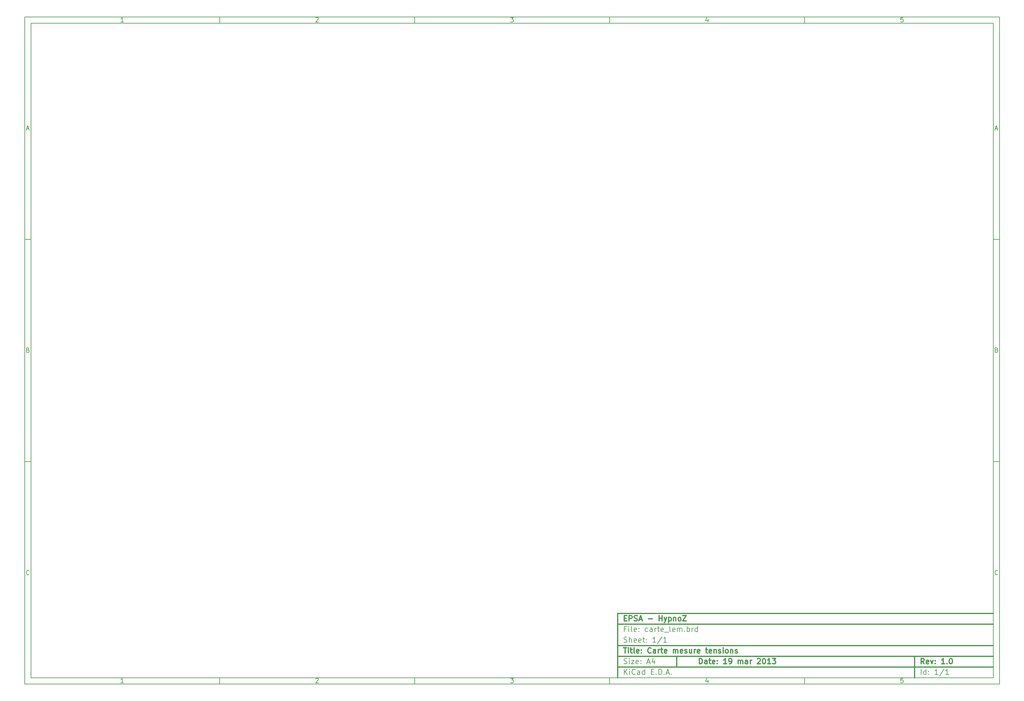
<source format=gbo>
G04 (created by PCBNEW-RS274X (2012-01-19 BZR 3256)-stable) date 19/03/2013 14:42:43*
G01*
G70*
G90*
%MOIN*%
G04 Gerber Fmt 3.4, Leading zero omitted, Abs format*
%FSLAX34Y34*%
G04 APERTURE LIST*
%ADD10C,0.006000*%
%ADD11C,0.012000*%
%ADD12R,0.095000X0.095000*%
%ADD13C,0.095000*%
%ADD14C,0.090000*%
%ADD15R,0.170000X0.170000*%
%ADD16C,0.170000*%
%ADD17C,0.110000*%
G04 APERTURE END LIST*
G54D10*
X04000Y-04000D02*
X113000Y-04000D01*
X113000Y-78670D01*
X04000Y-78670D01*
X04000Y-04000D01*
X04700Y-04700D02*
X112300Y-04700D01*
X112300Y-77970D01*
X04700Y-77970D01*
X04700Y-04700D01*
X25800Y-04000D02*
X25800Y-04700D01*
X15043Y-04552D02*
X14757Y-04552D01*
X14900Y-04552D02*
X14900Y-04052D01*
X14852Y-04124D01*
X14805Y-04171D01*
X14757Y-04195D01*
X25800Y-78670D02*
X25800Y-77970D01*
X15043Y-78522D02*
X14757Y-78522D01*
X14900Y-78522D02*
X14900Y-78022D01*
X14852Y-78094D01*
X14805Y-78141D01*
X14757Y-78165D01*
X47600Y-04000D02*
X47600Y-04700D01*
X36557Y-04100D02*
X36581Y-04076D01*
X36629Y-04052D01*
X36748Y-04052D01*
X36795Y-04076D01*
X36819Y-04100D01*
X36843Y-04148D01*
X36843Y-04195D01*
X36819Y-04267D01*
X36533Y-04552D01*
X36843Y-04552D01*
X47600Y-78670D02*
X47600Y-77970D01*
X36557Y-78070D02*
X36581Y-78046D01*
X36629Y-78022D01*
X36748Y-78022D01*
X36795Y-78046D01*
X36819Y-78070D01*
X36843Y-78118D01*
X36843Y-78165D01*
X36819Y-78237D01*
X36533Y-78522D01*
X36843Y-78522D01*
X69400Y-04000D02*
X69400Y-04700D01*
X58333Y-04052D02*
X58643Y-04052D01*
X58476Y-04243D01*
X58548Y-04243D01*
X58595Y-04267D01*
X58619Y-04290D01*
X58643Y-04338D01*
X58643Y-04457D01*
X58619Y-04505D01*
X58595Y-04529D01*
X58548Y-04552D01*
X58405Y-04552D01*
X58357Y-04529D01*
X58333Y-04505D01*
X69400Y-78670D02*
X69400Y-77970D01*
X58333Y-78022D02*
X58643Y-78022D01*
X58476Y-78213D01*
X58548Y-78213D01*
X58595Y-78237D01*
X58619Y-78260D01*
X58643Y-78308D01*
X58643Y-78427D01*
X58619Y-78475D01*
X58595Y-78499D01*
X58548Y-78522D01*
X58405Y-78522D01*
X58357Y-78499D01*
X58333Y-78475D01*
X91200Y-04000D02*
X91200Y-04700D01*
X80395Y-04219D02*
X80395Y-04552D01*
X80276Y-04029D02*
X80157Y-04386D01*
X80467Y-04386D01*
X91200Y-78670D02*
X91200Y-77970D01*
X80395Y-78189D02*
X80395Y-78522D01*
X80276Y-77999D02*
X80157Y-78356D01*
X80467Y-78356D01*
X102219Y-04052D02*
X101981Y-04052D01*
X101957Y-04290D01*
X101981Y-04267D01*
X102029Y-04243D01*
X102148Y-04243D01*
X102195Y-04267D01*
X102219Y-04290D01*
X102243Y-04338D01*
X102243Y-04457D01*
X102219Y-04505D01*
X102195Y-04529D01*
X102148Y-04552D01*
X102029Y-04552D01*
X101981Y-04529D01*
X101957Y-04505D01*
X102219Y-78022D02*
X101981Y-78022D01*
X101957Y-78260D01*
X101981Y-78237D01*
X102029Y-78213D01*
X102148Y-78213D01*
X102195Y-78237D01*
X102219Y-78260D01*
X102243Y-78308D01*
X102243Y-78427D01*
X102219Y-78475D01*
X102195Y-78499D01*
X102148Y-78522D01*
X102029Y-78522D01*
X101981Y-78499D01*
X101957Y-78475D01*
X04000Y-28890D02*
X04700Y-28890D01*
X04231Y-16510D02*
X04469Y-16510D01*
X04184Y-16652D02*
X04350Y-16152D01*
X04517Y-16652D01*
X113000Y-28890D02*
X112300Y-28890D01*
X112531Y-16510D02*
X112769Y-16510D01*
X112484Y-16652D02*
X112650Y-16152D01*
X112817Y-16652D01*
X04000Y-53780D02*
X04700Y-53780D01*
X04386Y-41280D02*
X04457Y-41304D01*
X04481Y-41328D01*
X04505Y-41376D01*
X04505Y-41447D01*
X04481Y-41495D01*
X04457Y-41519D01*
X04410Y-41542D01*
X04219Y-41542D01*
X04219Y-41042D01*
X04386Y-41042D01*
X04433Y-41066D01*
X04457Y-41090D01*
X04481Y-41138D01*
X04481Y-41185D01*
X04457Y-41233D01*
X04433Y-41257D01*
X04386Y-41280D01*
X04219Y-41280D01*
X113000Y-53780D02*
X112300Y-53780D01*
X112686Y-41280D02*
X112757Y-41304D01*
X112781Y-41328D01*
X112805Y-41376D01*
X112805Y-41447D01*
X112781Y-41495D01*
X112757Y-41519D01*
X112710Y-41542D01*
X112519Y-41542D01*
X112519Y-41042D01*
X112686Y-41042D01*
X112733Y-41066D01*
X112757Y-41090D01*
X112781Y-41138D01*
X112781Y-41185D01*
X112757Y-41233D01*
X112733Y-41257D01*
X112686Y-41280D01*
X112519Y-41280D01*
X04505Y-66385D02*
X04481Y-66409D01*
X04410Y-66432D01*
X04362Y-66432D01*
X04290Y-66409D01*
X04243Y-66361D01*
X04219Y-66313D01*
X04195Y-66218D01*
X04195Y-66147D01*
X04219Y-66051D01*
X04243Y-66004D01*
X04290Y-65956D01*
X04362Y-65932D01*
X04410Y-65932D01*
X04481Y-65956D01*
X04505Y-65980D01*
X112805Y-66385D02*
X112781Y-66409D01*
X112710Y-66432D01*
X112662Y-66432D01*
X112590Y-66409D01*
X112543Y-66361D01*
X112519Y-66313D01*
X112495Y-66218D01*
X112495Y-66147D01*
X112519Y-66051D01*
X112543Y-66004D01*
X112590Y-65956D01*
X112662Y-65932D01*
X112710Y-65932D01*
X112781Y-65956D01*
X112805Y-65980D01*
G54D11*
X79443Y-76413D02*
X79443Y-75813D01*
X79586Y-75813D01*
X79671Y-75841D01*
X79729Y-75899D01*
X79757Y-75956D01*
X79786Y-76070D01*
X79786Y-76156D01*
X79757Y-76270D01*
X79729Y-76327D01*
X79671Y-76384D01*
X79586Y-76413D01*
X79443Y-76413D01*
X80300Y-76413D02*
X80300Y-76099D01*
X80271Y-76041D01*
X80214Y-76013D01*
X80100Y-76013D01*
X80043Y-76041D01*
X80300Y-76384D02*
X80243Y-76413D01*
X80100Y-76413D01*
X80043Y-76384D01*
X80014Y-76327D01*
X80014Y-76270D01*
X80043Y-76213D01*
X80100Y-76184D01*
X80243Y-76184D01*
X80300Y-76156D01*
X80500Y-76013D02*
X80729Y-76013D01*
X80586Y-75813D02*
X80586Y-76327D01*
X80614Y-76384D01*
X80672Y-76413D01*
X80729Y-76413D01*
X81157Y-76384D02*
X81100Y-76413D01*
X80986Y-76413D01*
X80929Y-76384D01*
X80900Y-76327D01*
X80900Y-76099D01*
X80929Y-76041D01*
X80986Y-76013D01*
X81100Y-76013D01*
X81157Y-76041D01*
X81186Y-76099D01*
X81186Y-76156D01*
X80900Y-76213D01*
X81443Y-76356D02*
X81471Y-76384D01*
X81443Y-76413D01*
X81414Y-76384D01*
X81443Y-76356D01*
X81443Y-76413D01*
X81443Y-76041D02*
X81471Y-76070D01*
X81443Y-76099D01*
X81414Y-76070D01*
X81443Y-76041D01*
X81443Y-76099D01*
X82500Y-76413D02*
X82157Y-76413D01*
X82329Y-76413D02*
X82329Y-75813D01*
X82272Y-75899D01*
X82214Y-75956D01*
X82157Y-75984D01*
X82785Y-76413D02*
X82900Y-76413D01*
X82957Y-76384D01*
X82985Y-76356D01*
X83043Y-76270D01*
X83071Y-76156D01*
X83071Y-75927D01*
X83043Y-75870D01*
X83014Y-75841D01*
X82957Y-75813D01*
X82843Y-75813D01*
X82785Y-75841D01*
X82757Y-75870D01*
X82728Y-75927D01*
X82728Y-76070D01*
X82757Y-76127D01*
X82785Y-76156D01*
X82843Y-76184D01*
X82957Y-76184D01*
X83014Y-76156D01*
X83043Y-76127D01*
X83071Y-76070D01*
X83785Y-76413D02*
X83785Y-76013D01*
X83785Y-76070D02*
X83813Y-76041D01*
X83871Y-76013D01*
X83956Y-76013D01*
X84013Y-76041D01*
X84042Y-76099D01*
X84042Y-76413D01*
X84042Y-76099D02*
X84071Y-76041D01*
X84128Y-76013D01*
X84213Y-76013D01*
X84271Y-76041D01*
X84299Y-76099D01*
X84299Y-76413D01*
X84842Y-76413D02*
X84842Y-76099D01*
X84813Y-76041D01*
X84756Y-76013D01*
X84642Y-76013D01*
X84585Y-76041D01*
X84842Y-76384D02*
X84785Y-76413D01*
X84642Y-76413D01*
X84585Y-76384D01*
X84556Y-76327D01*
X84556Y-76270D01*
X84585Y-76213D01*
X84642Y-76184D01*
X84785Y-76184D01*
X84842Y-76156D01*
X85128Y-76413D02*
X85128Y-76013D01*
X85128Y-76127D02*
X85156Y-76070D01*
X85185Y-76041D01*
X85242Y-76013D01*
X85299Y-76013D01*
X85927Y-75870D02*
X85956Y-75841D01*
X86013Y-75813D01*
X86156Y-75813D01*
X86213Y-75841D01*
X86242Y-75870D01*
X86270Y-75927D01*
X86270Y-75984D01*
X86242Y-76070D01*
X85899Y-76413D01*
X86270Y-76413D01*
X86641Y-75813D02*
X86698Y-75813D01*
X86755Y-75841D01*
X86784Y-75870D01*
X86813Y-75927D01*
X86841Y-76041D01*
X86841Y-76184D01*
X86813Y-76299D01*
X86784Y-76356D01*
X86755Y-76384D01*
X86698Y-76413D01*
X86641Y-76413D01*
X86584Y-76384D01*
X86555Y-76356D01*
X86527Y-76299D01*
X86498Y-76184D01*
X86498Y-76041D01*
X86527Y-75927D01*
X86555Y-75870D01*
X86584Y-75841D01*
X86641Y-75813D01*
X87412Y-76413D02*
X87069Y-76413D01*
X87241Y-76413D02*
X87241Y-75813D01*
X87184Y-75899D01*
X87126Y-75956D01*
X87069Y-75984D01*
X87612Y-75813D02*
X87983Y-75813D01*
X87783Y-76041D01*
X87869Y-76041D01*
X87926Y-76070D01*
X87955Y-76099D01*
X87983Y-76156D01*
X87983Y-76299D01*
X87955Y-76356D01*
X87926Y-76384D01*
X87869Y-76413D01*
X87697Y-76413D01*
X87640Y-76384D01*
X87612Y-76356D01*
G54D10*
X71043Y-77613D02*
X71043Y-77013D01*
X71386Y-77613D02*
X71129Y-77270D01*
X71386Y-77013D02*
X71043Y-77356D01*
X71643Y-77613D02*
X71643Y-77213D01*
X71643Y-77013D02*
X71614Y-77041D01*
X71643Y-77070D01*
X71671Y-77041D01*
X71643Y-77013D01*
X71643Y-77070D01*
X72272Y-77556D02*
X72243Y-77584D01*
X72157Y-77613D01*
X72100Y-77613D01*
X72015Y-77584D01*
X71957Y-77527D01*
X71929Y-77470D01*
X71900Y-77356D01*
X71900Y-77270D01*
X71929Y-77156D01*
X71957Y-77099D01*
X72015Y-77041D01*
X72100Y-77013D01*
X72157Y-77013D01*
X72243Y-77041D01*
X72272Y-77070D01*
X72786Y-77613D02*
X72786Y-77299D01*
X72757Y-77241D01*
X72700Y-77213D01*
X72586Y-77213D01*
X72529Y-77241D01*
X72786Y-77584D02*
X72729Y-77613D01*
X72586Y-77613D01*
X72529Y-77584D01*
X72500Y-77527D01*
X72500Y-77470D01*
X72529Y-77413D01*
X72586Y-77384D01*
X72729Y-77384D01*
X72786Y-77356D01*
X73329Y-77613D02*
X73329Y-77013D01*
X73329Y-77584D02*
X73272Y-77613D01*
X73158Y-77613D01*
X73100Y-77584D01*
X73072Y-77556D01*
X73043Y-77499D01*
X73043Y-77327D01*
X73072Y-77270D01*
X73100Y-77241D01*
X73158Y-77213D01*
X73272Y-77213D01*
X73329Y-77241D01*
X74072Y-77299D02*
X74272Y-77299D01*
X74358Y-77613D02*
X74072Y-77613D01*
X74072Y-77013D01*
X74358Y-77013D01*
X74615Y-77556D02*
X74643Y-77584D01*
X74615Y-77613D01*
X74586Y-77584D01*
X74615Y-77556D01*
X74615Y-77613D01*
X74901Y-77613D02*
X74901Y-77013D01*
X75044Y-77013D01*
X75129Y-77041D01*
X75187Y-77099D01*
X75215Y-77156D01*
X75244Y-77270D01*
X75244Y-77356D01*
X75215Y-77470D01*
X75187Y-77527D01*
X75129Y-77584D01*
X75044Y-77613D01*
X74901Y-77613D01*
X75501Y-77556D02*
X75529Y-77584D01*
X75501Y-77613D01*
X75472Y-77584D01*
X75501Y-77556D01*
X75501Y-77613D01*
X75758Y-77441D02*
X76044Y-77441D01*
X75701Y-77613D02*
X75901Y-77013D01*
X76101Y-77613D01*
X76301Y-77556D02*
X76329Y-77584D01*
X76301Y-77613D01*
X76272Y-77584D01*
X76301Y-77556D01*
X76301Y-77613D01*
G54D11*
X104586Y-76413D02*
X104386Y-76127D01*
X104243Y-76413D02*
X104243Y-75813D01*
X104471Y-75813D01*
X104529Y-75841D01*
X104557Y-75870D01*
X104586Y-75927D01*
X104586Y-76013D01*
X104557Y-76070D01*
X104529Y-76099D01*
X104471Y-76127D01*
X104243Y-76127D01*
X105071Y-76384D02*
X105014Y-76413D01*
X104900Y-76413D01*
X104843Y-76384D01*
X104814Y-76327D01*
X104814Y-76099D01*
X104843Y-76041D01*
X104900Y-76013D01*
X105014Y-76013D01*
X105071Y-76041D01*
X105100Y-76099D01*
X105100Y-76156D01*
X104814Y-76213D01*
X105300Y-76013D02*
X105443Y-76413D01*
X105585Y-76013D01*
X105814Y-76356D02*
X105842Y-76384D01*
X105814Y-76413D01*
X105785Y-76384D01*
X105814Y-76356D01*
X105814Y-76413D01*
X105814Y-76041D02*
X105842Y-76070D01*
X105814Y-76099D01*
X105785Y-76070D01*
X105814Y-76041D01*
X105814Y-76099D01*
X106871Y-76413D02*
X106528Y-76413D01*
X106700Y-76413D02*
X106700Y-75813D01*
X106643Y-75899D01*
X106585Y-75956D01*
X106528Y-75984D01*
X107128Y-76356D02*
X107156Y-76384D01*
X107128Y-76413D01*
X107099Y-76384D01*
X107128Y-76356D01*
X107128Y-76413D01*
X107528Y-75813D02*
X107585Y-75813D01*
X107642Y-75841D01*
X107671Y-75870D01*
X107700Y-75927D01*
X107728Y-76041D01*
X107728Y-76184D01*
X107700Y-76299D01*
X107671Y-76356D01*
X107642Y-76384D01*
X107585Y-76413D01*
X107528Y-76413D01*
X107471Y-76384D01*
X107442Y-76356D01*
X107414Y-76299D01*
X107385Y-76184D01*
X107385Y-76041D01*
X107414Y-75927D01*
X107442Y-75870D01*
X107471Y-75841D01*
X107528Y-75813D01*
G54D10*
X71014Y-76384D02*
X71100Y-76413D01*
X71243Y-76413D01*
X71300Y-76384D01*
X71329Y-76356D01*
X71357Y-76299D01*
X71357Y-76241D01*
X71329Y-76184D01*
X71300Y-76156D01*
X71243Y-76127D01*
X71129Y-76099D01*
X71071Y-76070D01*
X71043Y-76041D01*
X71014Y-75984D01*
X71014Y-75927D01*
X71043Y-75870D01*
X71071Y-75841D01*
X71129Y-75813D01*
X71271Y-75813D01*
X71357Y-75841D01*
X71614Y-76413D02*
X71614Y-76013D01*
X71614Y-75813D02*
X71585Y-75841D01*
X71614Y-75870D01*
X71642Y-75841D01*
X71614Y-75813D01*
X71614Y-75870D01*
X71843Y-76013D02*
X72157Y-76013D01*
X71843Y-76413D01*
X72157Y-76413D01*
X72614Y-76384D02*
X72557Y-76413D01*
X72443Y-76413D01*
X72386Y-76384D01*
X72357Y-76327D01*
X72357Y-76099D01*
X72386Y-76041D01*
X72443Y-76013D01*
X72557Y-76013D01*
X72614Y-76041D01*
X72643Y-76099D01*
X72643Y-76156D01*
X72357Y-76213D01*
X72900Y-76356D02*
X72928Y-76384D01*
X72900Y-76413D01*
X72871Y-76384D01*
X72900Y-76356D01*
X72900Y-76413D01*
X72900Y-76041D02*
X72928Y-76070D01*
X72900Y-76099D01*
X72871Y-76070D01*
X72900Y-76041D01*
X72900Y-76099D01*
X73614Y-76241D02*
X73900Y-76241D01*
X73557Y-76413D02*
X73757Y-75813D01*
X73957Y-76413D01*
X74414Y-76013D02*
X74414Y-76413D01*
X74271Y-75784D02*
X74128Y-76213D01*
X74500Y-76213D01*
X104243Y-77613D02*
X104243Y-77013D01*
X104786Y-77613D02*
X104786Y-77013D01*
X104786Y-77584D02*
X104729Y-77613D01*
X104615Y-77613D01*
X104557Y-77584D01*
X104529Y-77556D01*
X104500Y-77499D01*
X104500Y-77327D01*
X104529Y-77270D01*
X104557Y-77241D01*
X104615Y-77213D01*
X104729Y-77213D01*
X104786Y-77241D01*
X105072Y-77556D02*
X105100Y-77584D01*
X105072Y-77613D01*
X105043Y-77584D01*
X105072Y-77556D01*
X105072Y-77613D01*
X105072Y-77241D02*
X105100Y-77270D01*
X105072Y-77299D01*
X105043Y-77270D01*
X105072Y-77241D01*
X105072Y-77299D01*
X106129Y-77613D02*
X105786Y-77613D01*
X105958Y-77613D02*
X105958Y-77013D01*
X105901Y-77099D01*
X105843Y-77156D01*
X105786Y-77184D01*
X106814Y-76984D02*
X106300Y-77756D01*
X107329Y-77613D02*
X106986Y-77613D01*
X107158Y-77613D02*
X107158Y-77013D01*
X107101Y-77099D01*
X107043Y-77156D01*
X106986Y-77184D01*
G54D11*
X70957Y-74613D02*
X71300Y-74613D01*
X71129Y-75213D02*
X71129Y-74613D01*
X71500Y-75213D02*
X71500Y-74813D01*
X71500Y-74613D02*
X71471Y-74641D01*
X71500Y-74670D01*
X71528Y-74641D01*
X71500Y-74613D01*
X71500Y-74670D01*
X71700Y-74813D02*
X71929Y-74813D01*
X71786Y-74613D02*
X71786Y-75127D01*
X71814Y-75184D01*
X71872Y-75213D01*
X71929Y-75213D01*
X72215Y-75213D02*
X72157Y-75184D01*
X72129Y-75127D01*
X72129Y-74613D01*
X72671Y-75184D02*
X72614Y-75213D01*
X72500Y-75213D01*
X72443Y-75184D01*
X72414Y-75127D01*
X72414Y-74899D01*
X72443Y-74841D01*
X72500Y-74813D01*
X72614Y-74813D01*
X72671Y-74841D01*
X72700Y-74899D01*
X72700Y-74956D01*
X72414Y-75013D01*
X72957Y-75156D02*
X72985Y-75184D01*
X72957Y-75213D01*
X72928Y-75184D01*
X72957Y-75156D01*
X72957Y-75213D01*
X72957Y-74841D02*
X72985Y-74870D01*
X72957Y-74899D01*
X72928Y-74870D01*
X72957Y-74841D01*
X72957Y-74899D01*
X74043Y-75156D02*
X74014Y-75184D01*
X73928Y-75213D01*
X73871Y-75213D01*
X73786Y-75184D01*
X73728Y-75127D01*
X73700Y-75070D01*
X73671Y-74956D01*
X73671Y-74870D01*
X73700Y-74756D01*
X73728Y-74699D01*
X73786Y-74641D01*
X73871Y-74613D01*
X73928Y-74613D01*
X74014Y-74641D01*
X74043Y-74670D01*
X74557Y-75213D02*
X74557Y-74899D01*
X74528Y-74841D01*
X74471Y-74813D01*
X74357Y-74813D01*
X74300Y-74841D01*
X74557Y-75184D02*
X74500Y-75213D01*
X74357Y-75213D01*
X74300Y-75184D01*
X74271Y-75127D01*
X74271Y-75070D01*
X74300Y-75013D01*
X74357Y-74984D01*
X74500Y-74984D01*
X74557Y-74956D01*
X74843Y-75213D02*
X74843Y-74813D01*
X74843Y-74927D02*
X74871Y-74870D01*
X74900Y-74841D01*
X74957Y-74813D01*
X75014Y-74813D01*
X75128Y-74813D02*
X75357Y-74813D01*
X75214Y-74613D02*
X75214Y-75127D01*
X75242Y-75184D01*
X75300Y-75213D01*
X75357Y-75213D01*
X75785Y-75184D02*
X75728Y-75213D01*
X75614Y-75213D01*
X75557Y-75184D01*
X75528Y-75127D01*
X75528Y-74899D01*
X75557Y-74841D01*
X75614Y-74813D01*
X75728Y-74813D01*
X75785Y-74841D01*
X75814Y-74899D01*
X75814Y-74956D01*
X75528Y-75013D01*
X76528Y-75213D02*
X76528Y-74813D01*
X76528Y-74870D02*
X76556Y-74841D01*
X76614Y-74813D01*
X76699Y-74813D01*
X76756Y-74841D01*
X76785Y-74899D01*
X76785Y-75213D01*
X76785Y-74899D02*
X76814Y-74841D01*
X76871Y-74813D01*
X76956Y-74813D01*
X77014Y-74841D01*
X77042Y-74899D01*
X77042Y-75213D01*
X77556Y-75184D02*
X77499Y-75213D01*
X77385Y-75213D01*
X77328Y-75184D01*
X77299Y-75127D01*
X77299Y-74899D01*
X77328Y-74841D01*
X77385Y-74813D01*
X77499Y-74813D01*
X77556Y-74841D01*
X77585Y-74899D01*
X77585Y-74956D01*
X77299Y-75013D01*
X77813Y-75184D02*
X77870Y-75213D01*
X77985Y-75213D01*
X78042Y-75184D01*
X78070Y-75127D01*
X78070Y-75099D01*
X78042Y-75041D01*
X77985Y-75013D01*
X77899Y-75013D01*
X77842Y-74984D01*
X77813Y-74927D01*
X77813Y-74899D01*
X77842Y-74841D01*
X77899Y-74813D01*
X77985Y-74813D01*
X78042Y-74841D01*
X78585Y-74813D02*
X78585Y-75213D01*
X78328Y-74813D02*
X78328Y-75127D01*
X78356Y-75184D01*
X78414Y-75213D01*
X78499Y-75213D01*
X78556Y-75184D01*
X78585Y-75156D01*
X78871Y-75213D02*
X78871Y-74813D01*
X78871Y-74927D02*
X78899Y-74870D01*
X78928Y-74841D01*
X78985Y-74813D01*
X79042Y-74813D01*
X79470Y-75184D02*
X79413Y-75213D01*
X79299Y-75213D01*
X79242Y-75184D01*
X79213Y-75127D01*
X79213Y-74899D01*
X79242Y-74841D01*
X79299Y-74813D01*
X79413Y-74813D01*
X79470Y-74841D01*
X79499Y-74899D01*
X79499Y-74956D01*
X79213Y-75013D01*
X80127Y-74813D02*
X80356Y-74813D01*
X80213Y-74613D02*
X80213Y-75127D01*
X80241Y-75184D01*
X80299Y-75213D01*
X80356Y-75213D01*
X80784Y-75184D02*
X80727Y-75213D01*
X80613Y-75213D01*
X80556Y-75184D01*
X80527Y-75127D01*
X80527Y-74899D01*
X80556Y-74841D01*
X80613Y-74813D01*
X80727Y-74813D01*
X80784Y-74841D01*
X80813Y-74899D01*
X80813Y-74956D01*
X80527Y-75013D01*
X81070Y-74813D02*
X81070Y-75213D01*
X81070Y-74870D02*
X81098Y-74841D01*
X81156Y-74813D01*
X81241Y-74813D01*
X81298Y-74841D01*
X81327Y-74899D01*
X81327Y-75213D01*
X81584Y-75184D02*
X81641Y-75213D01*
X81756Y-75213D01*
X81813Y-75184D01*
X81841Y-75127D01*
X81841Y-75099D01*
X81813Y-75041D01*
X81756Y-75013D01*
X81670Y-75013D01*
X81613Y-74984D01*
X81584Y-74927D01*
X81584Y-74899D01*
X81613Y-74841D01*
X81670Y-74813D01*
X81756Y-74813D01*
X81813Y-74841D01*
X82099Y-75213D02*
X82099Y-74813D01*
X82099Y-74613D02*
X82070Y-74641D01*
X82099Y-74670D01*
X82127Y-74641D01*
X82099Y-74613D01*
X82099Y-74670D01*
X82471Y-75213D02*
X82413Y-75184D01*
X82385Y-75156D01*
X82356Y-75099D01*
X82356Y-74927D01*
X82385Y-74870D01*
X82413Y-74841D01*
X82471Y-74813D01*
X82556Y-74813D01*
X82613Y-74841D01*
X82642Y-74870D01*
X82671Y-74927D01*
X82671Y-75099D01*
X82642Y-75156D01*
X82613Y-75184D01*
X82556Y-75213D01*
X82471Y-75213D01*
X82928Y-74813D02*
X82928Y-75213D01*
X82928Y-74870D02*
X82956Y-74841D01*
X83014Y-74813D01*
X83099Y-74813D01*
X83156Y-74841D01*
X83185Y-74899D01*
X83185Y-75213D01*
X83442Y-75184D02*
X83499Y-75213D01*
X83614Y-75213D01*
X83671Y-75184D01*
X83699Y-75127D01*
X83699Y-75099D01*
X83671Y-75041D01*
X83614Y-75013D01*
X83528Y-75013D01*
X83471Y-74984D01*
X83442Y-74927D01*
X83442Y-74899D01*
X83471Y-74841D01*
X83528Y-74813D01*
X83614Y-74813D01*
X83671Y-74841D01*
G54D10*
X71243Y-72499D02*
X71043Y-72499D01*
X71043Y-72813D02*
X71043Y-72213D01*
X71329Y-72213D01*
X71557Y-72813D02*
X71557Y-72413D01*
X71557Y-72213D02*
X71528Y-72241D01*
X71557Y-72270D01*
X71585Y-72241D01*
X71557Y-72213D01*
X71557Y-72270D01*
X71929Y-72813D02*
X71871Y-72784D01*
X71843Y-72727D01*
X71843Y-72213D01*
X72385Y-72784D02*
X72328Y-72813D01*
X72214Y-72813D01*
X72157Y-72784D01*
X72128Y-72727D01*
X72128Y-72499D01*
X72157Y-72441D01*
X72214Y-72413D01*
X72328Y-72413D01*
X72385Y-72441D01*
X72414Y-72499D01*
X72414Y-72556D01*
X72128Y-72613D01*
X72671Y-72756D02*
X72699Y-72784D01*
X72671Y-72813D01*
X72642Y-72784D01*
X72671Y-72756D01*
X72671Y-72813D01*
X72671Y-72441D02*
X72699Y-72470D01*
X72671Y-72499D01*
X72642Y-72470D01*
X72671Y-72441D01*
X72671Y-72499D01*
X73671Y-72784D02*
X73614Y-72813D01*
X73500Y-72813D01*
X73442Y-72784D01*
X73414Y-72756D01*
X73385Y-72699D01*
X73385Y-72527D01*
X73414Y-72470D01*
X73442Y-72441D01*
X73500Y-72413D01*
X73614Y-72413D01*
X73671Y-72441D01*
X74185Y-72813D02*
X74185Y-72499D01*
X74156Y-72441D01*
X74099Y-72413D01*
X73985Y-72413D01*
X73928Y-72441D01*
X74185Y-72784D02*
X74128Y-72813D01*
X73985Y-72813D01*
X73928Y-72784D01*
X73899Y-72727D01*
X73899Y-72670D01*
X73928Y-72613D01*
X73985Y-72584D01*
X74128Y-72584D01*
X74185Y-72556D01*
X74471Y-72813D02*
X74471Y-72413D01*
X74471Y-72527D02*
X74499Y-72470D01*
X74528Y-72441D01*
X74585Y-72413D01*
X74642Y-72413D01*
X74756Y-72413D02*
X74985Y-72413D01*
X74842Y-72213D02*
X74842Y-72727D01*
X74870Y-72784D01*
X74928Y-72813D01*
X74985Y-72813D01*
X75413Y-72784D02*
X75356Y-72813D01*
X75242Y-72813D01*
X75185Y-72784D01*
X75156Y-72727D01*
X75156Y-72499D01*
X75185Y-72441D01*
X75242Y-72413D01*
X75356Y-72413D01*
X75413Y-72441D01*
X75442Y-72499D01*
X75442Y-72556D01*
X75156Y-72613D01*
X75556Y-72870D02*
X76013Y-72870D01*
X76242Y-72813D02*
X76184Y-72784D01*
X76156Y-72727D01*
X76156Y-72213D01*
X76698Y-72784D02*
X76641Y-72813D01*
X76527Y-72813D01*
X76470Y-72784D01*
X76441Y-72727D01*
X76441Y-72499D01*
X76470Y-72441D01*
X76527Y-72413D01*
X76641Y-72413D01*
X76698Y-72441D01*
X76727Y-72499D01*
X76727Y-72556D01*
X76441Y-72613D01*
X76984Y-72813D02*
X76984Y-72413D01*
X76984Y-72470D02*
X77012Y-72441D01*
X77070Y-72413D01*
X77155Y-72413D01*
X77212Y-72441D01*
X77241Y-72499D01*
X77241Y-72813D01*
X77241Y-72499D02*
X77270Y-72441D01*
X77327Y-72413D01*
X77412Y-72413D01*
X77470Y-72441D01*
X77498Y-72499D01*
X77498Y-72813D01*
X77784Y-72756D02*
X77812Y-72784D01*
X77784Y-72813D01*
X77755Y-72784D01*
X77784Y-72756D01*
X77784Y-72813D01*
X78070Y-72813D02*
X78070Y-72213D01*
X78070Y-72441D02*
X78127Y-72413D01*
X78241Y-72413D01*
X78298Y-72441D01*
X78327Y-72470D01*
X78356Y-72527D01*
X78356Y-72699D01*
X78327Y-72756D01*
X78298Y-72784D01*
X78241Y-72813D01*
X78127Y-72813D01*
X78070Y-72784D01*
X78613Y-72813D02*
X78613Y-72413D01*
X78613Y-72527D02*
X78641Y-72470D01*
X78670Y-72441D01*
X78727Y-72413D01*
X78784Y-72413D01*
X79241Y-72813D02*
X79241Y-72213D01*
X79241Y-72784D02*
X79184Y-72813D01*
X79070Y-72813D01*
X79012Y-72784D01*
X78984Y-72756D01*
X78955Y-72699D01*
X78955Y-72527D01*
X78984Y-72470D01*
X79012Y-72441D01*
X79070Y-72413D01*
X79184Y-72413D01*
X79241Y-72441D01*
X71014Y-73984D02*
X71100Y-74013D01*
X71243Y-74013D01*
X71300Y-73984D01*
X71329Y-73956D01*
X71357Y-73899D01*
X71357Y-73841D01*
X71329Y-73784D01*
X71300Y-73756D01*
X71243Y-73727D01*
X71129Y-73699D01*
X71071Y-73670D01*
X71043Y-73641D01*
X71014Y-73584D01*
X71014Y-73527D01*
X71043Y-73470D01*
X71071Y-73441D01*
X71129Y-73413D01*
X71271Y-73413D01*
X71357Y-73441D01*
X71614Y-74013D02*
X71614Y-73413D01*
X71871Y-74013D02*
X71871Y-73699D01*
X71842Y-73641D01*
X71785Y-73613D01*
X71700Y-73613D01*
X71642Y-73641D01*
X71614Y-73670D01*
X72385Y-73984D02*
X72328Y-74013D01*
X72214Y-74013D01*
X72157Y-73984D01*
X72128Y-73927D01*
X72128Y-73699D01*
X72157Y-73641D01*
X72214Y-73613D01*
X72328Y-73613D01*
X72385Y-73641D01*
X72414Y-73699D01*
X72414Y-73756D01*
X72128Y-73813D01*
X72899Y-73984D02*
X72842Y-74013D01*
X72728Y-74013D01*
X72671Y-73984D01*
X72642Y-73927D01*
X72642Y-73699D01*
X72671Y-73641D01*
X72728Y-73613D01*
X72842Y-73613D01*
X72899Y-73641D01*
X72928Y-73699D01*
X72928Y-73756D01*
X72642Y-73813D01*
X73099Y-73613D02*
X73328Y-73613D01*
X73185Y-73413D02*
X73185Y-73927D01*
X73213Y-73984D01*
X73271Y-74013D01*
X73328Y-74013D01*
X73528Y-73956D02*
X73556Y-73984D01*
X73528Y-74013D01*
X73499Y-73984D01*
X73528Y-73956D01*
X73528Y-74013D01*
X73528Y-73641D02*
X73556Y-73670D01*
X73528Y-73699D01*
X73499Y-73670D01*
X73528Y-73641D01*
X73528Y-73699D01*
X74585Y-74013D02*
X74242Y-74013D01*
X74414Y-74013D02*
X74414Y-73413D01*
X74357Y-73499D01*
X74299Y-73556D01*
X74242Y-73584D01*
X75270Y-73384D02*
X74756Y-74156D01*
X75785Y-74013D02*
X75442Y-74013D01*
X75614Y-74013D02*
X75614Y-73413D01*
X75557Y-73499D01*
X75499Y-73556D01*
X75442Y-73584D01*
G54D11*
X71043Y-71299D02*
X71243Y-71299D01*
X71329Y-71613D02*
X71043Y-71613D01*
X71043Y-71013D01*
X71329Y-71013D01*
X71586Y-71613D02*
X71586Y-71013D01*
X71814Y-71013D01*
X71872Y-71041D01*
X71900Y-71070D01*
X71929Y-71127D01*
X71929Y-71213D01*
X71900Y-71270D01*
X71872Y-71299D01*
X71814Y-71327D01*
X71586Y-71327D01*
X72157Y-71584D02*
X72243Y-71613D01*
X72386Y-71613D01*
X72443Y-71584D01*
X72472Y-71556D01*
X72500Y-71499D01*
X72500Y-71441D01*
X72472Y-71384D01*
X72443Y-71356D01*
X72386Y-71327D01*
X72272Y-71299D01*
X72214Y-71270D01*
X72186Y-71241D01*
X72157Y-71184D01*
X72157Y-71127D01*
X72186Y-71070D01*
X72214Y-71041D01*
X72272Y-71013D01*
X72414Y-71013D01*
X72500Y-71041D01*
X72728Y-71441D02*
X73014Y-71441D01*
X72671Y-71613D02*
X72871Y-71013D01*
X73071Y-71613D01*
X73728Y-71384D02*
X74185Y-71384D01*
X74928Y-71613D02*
X74928Y-71013D01*
X74928Y-71299D02*
X75271Y-71299D01*
X75271Y-71613D02*
X75271Y-71013D01*
X75500Y-71213D02*
X75643Y-71613D01*
X75785Y-71213D02*
X75643Y-71613D01*
X75585Y-71756D01*
X75557Y-71784D01*
X75500Y-71813D01*
X76014Y-71213D02*
X76014Y-71813D01*
X76014Y-71241D02*
X76071Y-71213D01*
X76185Y-71213D01*
X76242Y-71241D01*
X76271Y-71270D01*
X76300Y-71327D01*
X76300Y-71499D01*
X76271Y-71556D01*
X76242Y-71584D01*
X76185Y-71613D01*
X76071Y-71613D01*
X76014Y-71584D01*
X76557Y-71213D02*
X76557Y-71613D01*
X76557Y-71270D02*
X76585Y-71241D01*
X76643Y-71213D01*
X76728Y-71213D01*
X76785Y-71241D01*
X76814Y-71299D01*
X76814Y-71613D01*
X77186Y-71613D02*
X77128Y-71584D01*
X77100Y-71556D01*
X77071Y-71499D01*
X77071Y-71327D01*
X77100Y-71270D01*
X77128Y-71241D01*
X77186Y-71213D01*
X77271Y-71213D01*
X77328Y-71241D01*
X77357Y-71270D01*
X77386Y-71327D01*
X77386Y-71499D01*
X77357Y-71556D01*
X77328Y-71584D01*
X77271Y-71613D01*
X77186Y-71613D01*
X77586Y-71013D02*
X77986Y-71013D01*
X77586Y-71613D01*
X77986Y-71613D01*
X70300Y-70770D02*
X70300Y-77970D01*
X70300Y-71970D02*
X112300Y-71970D01*
X70300Y-70770D02*
X112300Y-70770D01*
X70300Y-74370D02*
X112300Y-74370D01*
X103500Y-75570D02*
X103500Y-77970D01*
X70300Y-76770D02*
X112300Y-76770D01*
X70300Y-75570D02*
X112300Y-75570D01*
X76900Y-75570D02*
X76900Y-76770D01*
%LPC*%
G54D12*
X32750Y-40000D03*
G54D13*
X33750Y-40000D03*
X48500Y-26000D03*
X42500Y-26000D03*
X48500Y-34000D03*
X45500Y-34000D03*
G54D12*
X42500Y-34000D03*
G54D13*
X37500Y-26000D03*
X31500Y-26000D03*
X37500Y-34000D03*
X34500Y-34000D03*
G54D12*
X31500Y-34000D03*
G54D13*
X59500Y-26000D03*
X53500Y-26000D03*
X59500Y-34000D03*
X56500Y-34000D03*
G54D12*
X53500Y-34000D03*
G54D13*
X26500Y-26000D03*
X20500Y-26000D03*
X26500Y-34000D03*
X23500Y-34000D03*
G54D12*
X20500Y-34000D03*
G54D14*
X30500Y-39500D03*
X30500Y-40500D03*
G54D12*
X27000Y-39000D03*
G54D13*
X27000Y-41000D03*
X41500Y-40000D03*
X40500Y-40000D03*
G54D12*
X38500Y-40000D03*
G54D13*
X39500Y-40000D03*
G54D15*
X56500Y-20000D03*
G54D16*
X54500Y-20000D03*
G54D17*
X26500Y-23000D03*
X19500Y-23000D03*
X37750Y-23000D03*
X30750Y-23000D03*
X48750Y-23000D03*
X41750Y-23000D03*
X59500Y-23000D03*
X52500Y-23000D03*
G54D16*
X37750Y-20000D03*
X39750Y-20000D03*
G54D15*
X35750Y-20000D03*
G54D16*
X41750Y-20000D03*
M02*

</source>
